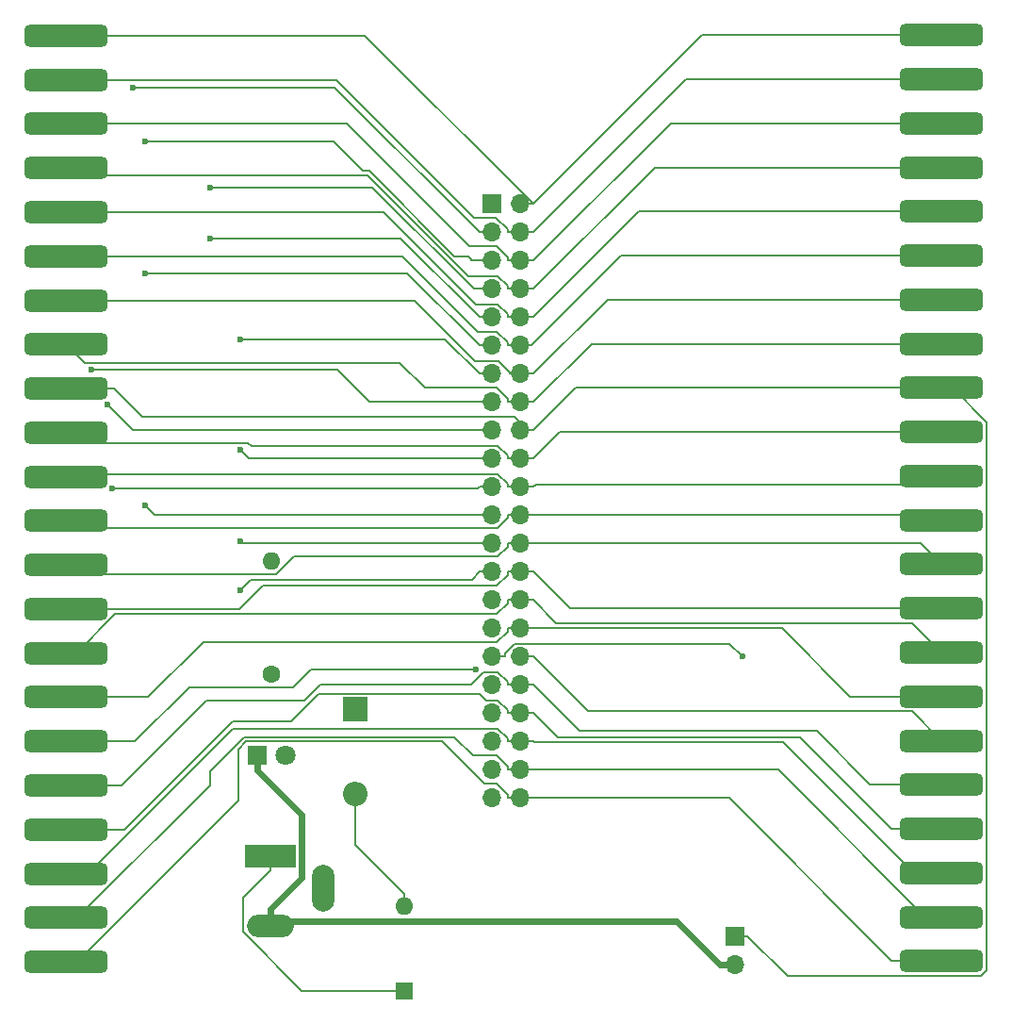
<source format=gbr>
G04 #@! TF.GenerationSoftware,KiCad,Pcbnew,8.0.6-8.0.6-0~ubuntu24.10.1*
G04 #@! TF.CreationDate,2024-10-17T11:16:10-07:00*
G04 #@! TF.ProjectId,kim1-power,6b696d31-2d70-46f7-9765-722e6b696361,1.2*
G04 #@! TF.SameCoordinates,Original*
G04 #@! TF.FileFunction,Copper,L2,Bot*
G04 #@! TF.FilePolarity,Positive*
%FSLAX46Y46*%
G04 Gerber Fmt 4.6, Leading zero omitted, Abs format (unit mm)*
G04 Created by KiCad (PCBNEW 8.0.6-8.0.6-0~ubuntu24.10.1) date 2024-10-17 11:16:10*
%MOMM*%
%LPD*%
G01*
G04 APERTURE LIST*
G04 Aperture macros list*
%AMRoundRect*
0 Rectangle with rounded corners*
0 $1 Rounding radius*
0 $2 $3 $4 $5 $6 $7 $8 $9 X,Y pos of 4 corners*
0 Add a 4 corners polygon primitive as box body*
4,1,4,$2,$3,$4,$5,$6,$7,$8,$9,$2,$3,0*
0 Add four circle primitives for the rounded corners*
1,1,$1+$1,$2,$3*
1,1,$1+$1,$4,$5*
1,1,$1+$1,$6,$7*
1,1,$1+$1,$8,$9*
0 Add four rect primitives between the rounded corners*
20,1,$1+$1,$2,$3,$4,$5,0*
20,1,$1+$1,$4,$5,$6,$7,0*
20,1,$1+$1,$6,$7,$8,$9,0*
20,1,$1+$1,$8,$9,$2,$3,0*%
G04 Aperture macros list end*
G04 #@! TA.AperFunction,SMDPad,CuDef*
%ADD10RoundRect,0.500000X-3.250000X-0.500000X3.250000X-0.500000X3.250000X0.500000X-3.250000X0.500000X0*%
G04 #@! TD*
G04 #@! TA.AperFunction,ComponentPad*
%ADD11R,4.600000X2.000000*%
G04 #@! TD*
G04 #@! TA.AperFunction,ComponentPad*
%ADD12O,4.200000X2.000000*%
G04 #@! TD*
G04 #@! TA.AperFunction,ComponentPad*
%ADD13O,2.000000X4.200000*%
G04 #@! TD*
G04 #@! TA.AperFunction,ComponentPad*
%ADD14R,1.600000X1.600000*%
G04 #@! TD*
G04 #@! TA.AperFunction,ComponentPad*
%ADD15O,1.600000X1.600000*%
G04 #@! TD*
G04 #@! TA.AperFunction,ComponentPad*
%ADD16C,1.600000*%
G04 #@! TD*
G04 #@! TA.AperFunction,ComponentPad*
%ADD17R,2.200000X2.200000*%
G04 #@! TD*
G04 #@! TA.AperFunction,ComponentPad*
%ADD18O,2.200000X2.200000*%
G04 #@! TD*
G04 #@! TA.AperFunction,ComponentPad*
%ADD19R,1.700000X1.700000*%
G04 #@! TD*
G04 #@! TA.AperFunction,ComponentPad*
%ADD20O,1.700000X1.700000*%
G04 #@! TD*
G04 #@! TA.AperFunction,ComponentPad*
%ADD21R,1.800000X1.800000*%
G04 #@! TD*
G04 #@! TA.AperFunction,ComponentPad*
%ADD22C,1.800000*%
G04 #@! TD*
G04 #@! TA.AperFunction,ViaPad*
%ADD23C,0.600000*%
G04 #@! TD*
G04 #@! TA.AperFunction,Conductor*
%ADD24C,0.200000*%
G04 #@! TD*
G04 #@! TA.AperFunction,Conductor*
%ADD25C,0.600000*%
G04 #@! TD*
G04 APERTURE END LIST*
D10*
G04 #@! TO.P,J1,A,Pin_A*
G04 #@! TO.N,+5V*
X106100000Y-57420000D03*
G04 #@! TO.P,J1,B,Pin_B*
G04 #@! TO.N,Net-(J1-Pin_B)*
X106100000Y-61380000D03*
G04 #@! TO.P,J1,C,Pin_C*
G04 #@! TO.N,Net-(J1-Pin_C)*
X106100000Y-65340000D03*
G04 #@! TO.P,J1,D,Pin_D*
G04 #@! TO.N,Net-(J1-Pin_D)*
X106100000Y-69300000D03*
G04 #@! TO.P,J1,E,Pin_E*
G04 #@! TO.N,Net-(J1-Pin_E)*
X106100000Y-73260000D03*
G04 #@! TO.P,J1,F,Pin_F*
G04 #@! TO.N,Net-(J1-Pin_F)*
X106100000Y-77220000D03*
G04 #@! TO.P,J1,H,Pin_H*
G04 #@! TO.N,Net-(J1-Pin_H)*
X106100000Y-81180000D03*
G04 #@! TO.P,J1,J,Pin_J*
G04 #@! TO.N,Net-(J1-Pin_J)*
X106100000Y-85140000D03*
G04 #@! TO.P,J1,K,Pin_K*
G04 #@! TO.N,Net-(J1-Pin_K)*
X106100000Y-89100000D03*
G04 #@! TO.P,J1,L,Pin_L*
G04 #@! TO.N,Net-(J1-Pin_L)*
X106100000Y-93060000D03*
G04 #@! TO.P,J1,M,Pin_M*
G04 #@! TO.N,Net-(J1-Pin_M)*
X106100000Y-97020000D03*
G04 #@! TO.P,J1,N,Pin_N*
G04 #@! TO.N,Net-(J1-Pin_N)*
X106100000Y-100980000D03*
G04 #@! TO.P,J1,P,Pin_P*
G04 #@! TO.N,Net-(J1-Pin_P)*
X106100000Y-104940000D03*
G04 #@! TO.P,J1,R,Pin_R*
G04 #@! TO.N,Net-(J1-Pin_R)*
X106100000Y-108900000D03*
G04 #@! TO.P,J1,S,Pin_S*
G04 #@! TO.N,Net-(J1-Pin_S)*
X106100000Y-112860000D03*
G04 #@! TO.P,J1,T,Pin_T*
G04 #@! TO.N,Net-(J1-Pin_T)*
X106100000Y-116820000D03*
G04 #@! TO.P,J1,U,Pin_U*
G04 #@! TO.N,Net-(J1-Pin_U)*
X106100000Y-120780000D03*
G04 #@! TO.P,J1,V,Pin_V*
G04 #@! TO.N,Net-(J1-Pin_V)*
X106100000Y-124740000D03*
G04 #@! TO.P,J1,W,Pin_W*
G04 #@! TO.N,Net-(J1-Pin_W)*
X106100000Y-128700000D03*
G04 #@! TO.P,J1,X,Pin_X*
G04 #@! TO.N,Net-(J1-Pin_X)*
X106100000Y-132660000D03*
G04 #@! TO.P,J1,Y,Pin_Y*
G04 #@! TO.N,Net-(J1-Pin_Y)*
X106100000Y-136620000D03*
G04 #@! TO.P,J1,Z,Pin_Z*
G04 #@! TO.N,Net-(J1-Pin_Z)*
X106100000Y-140580000D03*
G04 #@! TD*
D11*
G04 #@! TO.P,J4,1*
G04 #@! TO.N,Net-(J4-Pad1)*
X124450000Y-131050000D03*
D12*
G04 #@! TO.P,J4,2*
G04 #@! TO.N,GND*
X124450000Y-137350000D03*
D13*
G04 #@! TO.P,J4,3*
G04 #@! TO.N,N/C*
X129250000Y-133950000D03*
G04 #@! TD*
D14*
G04 #@! TO.P,SW1,1*
G04 #@! TO.N,Net-(J4-Pad1)*
X136500000Y-143167500D03*
D15*
G04 #@! TO.P,SW1,2*
G04 #@! TO.N,Net-(D2-A)*
X136500000Y-135547500D03*
G04 #@! TD*
D16*
G04 #@! TO.P,R1,1*
G04 #@! TO.N,Net-(D2-A)*
X124600000Y-114780000D03*
D15*
G04 #@! TO.P,R1,2*
G04 #@! TO.N,Net-(D1-A)*
X124600000Y-104620000D03*
G04 #@! TD*
D17*
G04 #@! TO.P,D2,1,K*
G04 #@! TO.N,+5V*
X132100000Y-117890000D03*
D18*
G04 #@! TO.P,D2,2,A*
G04 #@! TO.N,Net-(D2-A)*
X132100000Y-125510000D03*
G04 #@! TD*
D19*
G04 #@! TO.P,J5,1,Pin_1*
G04 #@! TO.N,Net-(J1-Pin_K)*
X166200000Y-138260000D03*
D20*
G04 #@! TO.P,J5,2,Pin_2*
G04 #@! TO.N,GND*
X166200000Y-140800000D03*
G04 #@! TD*
D10*
G04 #@! TO.P,J2,A,Pin_A*
G04 #@! TO.N,+5V*
X184800000Y-57360000D03*
G04 #@! TO.P,J2,B,Pin_B*
G04 #@! TO.N,Net-(J1-Pin_B)*
X184800000Y-61320000D03*
G04 #@! TO.P,J2,C,Pin_C*
G04 #@! TO.N,Net-(J1-Pin_C)*
X184800000Y-65280000D03*
G04 #@! TO.P,J2,D,Pin_D*
G04 #@! TO.N,Net-(J1-Pin_D)*
X184800000Y-69240000D03*
G04 #@! TO.P,J2,E,Pin_E*
G04 #@! TO.N,Net-(J1-Pin_E)*
X184800000Y-73200000D03*
G04 #@! TO.P,J2,F,Pin_F*
G04 #@! TO.N,Net-(J1-Pin_F)*
X184800000Y-77160000D03*
G04 #@! TO.P,J2,H,Pin_H*
G04 #@! TO.N,Net-(J1-Pin_H)*
X184800000Y-81120000D03*
G04 #@! TO.P,J2,J,Pin_J*
G04 #@! TO.N,Net-(J1-Pin_J)*
X184800000Y-85080000D03*
G04 #@! TO.P,J2,K,Pin_K*
G04 #@! TO.N,Net-(J1-Pin_K)*
X184800000Y-89040000D03*
G04 #@! TO.P,J2,L,Pin_L*
G04 #@! TO.N,Net-(J1-Pin_L)*
X184800000Y-93000000D03*
G04 #@! TO.P,J2,M,Pin_M*
G04 #@! TO.N,Net-(J1-Pin_M)*
X184800000Y-96960000D03*
G04 #@! TO.P,J2,N,Pin_N*
G04 #@! TO.N,Net-(J1-Pin_N)*
X184800000Y-100920000D03*
G04 #@! TO.P,J2,P,Pin_P*
G04 #@! TO.N,Net-(J1-Pin_P)*
X184800000Y-104880000D03*
G04 #@! TO.P,J2,R,Pin_R*
G04 #@! TO.N,Net-(J1-Pin_R)*
X184800000Y-108840000D03*
G04 #@! TO.P,J2,S,Pin_S*
G04 #@! TO.N,Net-(J1-Pin_S)*
X184800000Y-112800000D03*
G04 #@! TO.P,J2,T,Pin_T*
G04 #@! TO.N,Net-(J1-Pin_T)*
X184800000Y-116760000D03*
G04 #@! TO.P,J2,U,Pin_U*
G04 #@! TO.N,Net-(J1-Pin_U)*
X184800000Y-120720000D03*
G04 #@! TO.P,J2,V,Pin_V*
G04 #@! TO.N,Net-(J1-Pin_V)*
X184800000Y-124680000D03*
G04 #@! TO.P,J2,W,Pin_W*
G04 #@! TO.N,Net-(J1-Pin_W)*
X184800000Y-128640000D03*
G04 #@! TO.P,J2,X,Pin_X*
G04 #@! TO.N,Net-(J1-Pin_X)*
X184800000Y-132600000D03*
G04 #@! TO.P,J2,Y,Pin_Y*
G04 #@! TO.N,Net-(J1-Pin_Y)*
X184800000Y-136560000D03*
G04 #@! TO.P,J2,Z,Pin_Z*
G04 #@! TO.N,Net-(J1-Pin_Z)*
X184800000Y-140520000D03*
G04 #@! TD*
D21*
G04 #@! TO.P,D1,1,K*
G04 #@! TO.N,GND*
X123325000Y-122000000D03*
D22*
G04 #@! TO.P,D1,2,A*
G04 #@! TO.N,Net-(D1-A)*
X125865000Y-122000000D03*
G04 #@! TD*
D19*
G04 #@! TO.P,J3,1,Pin_1*
G04 #@! TO.N,GND*
X144400000Y-72540000D03*
D20*
G04 #@! TO.P,J3,2,Pin_2*
G04 #@! TO.N,Net-(J1-Pin_2)*
X144400000Y-75080000D03*
G04 #@! TO.P,J3,3,Pin_3*
G04 #@! TO.N,Net-(J1-Pin_3)*
X144400000Y-77620000D03*
G04 #@! TO.P,J3,4,Pin_4*
G04 #@! TO.N,Net-(J1-Pin_4)*
X144400000Y-80160000D03*
G04 #@! TO.P,J3,5,Pin_5*
G04 #@! TO.N,Net-(J1-Pin_5)*
X144400000Y-82700000D03*
G04 #@! TO.P,J3,6,Pin_6*
G04 #@! TO.N,Net-(J1-Pin_6)*
X144400000Y-85240000D03*
G04 #@! TO.P,J3,7,Pin_7*
G04 #@! TO.N,Net-(J1-Pin_7)*
X144400000Y-87780000D03*
G04 #@! TO.P,J3,8,Pin_8*
G04 #@! TO.N,Net-(J1-Pin_8)*
X144400000Y-90320000D03*
G04 #@! TO.P,J3,9,Pin_9*
G04 #@! TO.N,Net-(J1-Pin_9)*
X144400000Y-92860000D03*
G04 #@! TO.P,J3,10,Pin_10*
G04 #@! TO.N,Net-(J1-Pin_10)*
X144400000Y-95400000D03*
G04 #@! TO.P,J3,11,Pin_11*
G04 #@! TO.N,Net-(J1-Pin_11)*
X144400000Y-97940000D03*
G04 #@! TO.P,J3,12,Pin_12*
G04 #@! TO.N,Net-(J1-Pin_12)*
X144400000Y-100480000D03*
G04 #@! TO.P,J3,13,Pin_13*
G04 #@! TO.N,Net-(J1-Pin_13)*
X144400000Y-103020000D03*
G04 #@! TO.P,J3,14,Pin_14*
G04 #@! TO.N,Net-(J1-Pin_14)*
X144400000Y-105560000D03*
G04 #@! TO.P,J3,15,Pin_15*
G04 #@! TO.N,Net-(J1-Pin_15)*
X144400000Y-108100000D03*
G04 #@! TO.P,J3,16,Pin_16*
G04 #@! TO.N,Net-(J1-Pin_16)*
X144400000Y-110640000D03*
G04 #@! TO.P,J3,17,Pin_17*
G04 #@! TO.N,Net-(J1-Pin_17)*
X144400000Y-113180000D03*
G04 #@! TO.P,J3,18,Pin_18*
G04 #@! TO.N,Net-(J1-Pin_18)*
X144400000Y-115720000D03*
G04 #@! TO.P,J3,19,Pin_19*
G04 #@! TO.N,Net-(J1-Pin_19)*
X144400000Y-118260000D03*
G04 #@! TO.P,J3,20,Pin_20*
G04 #@! TO.N,Net-(J1-Pin_20)*
X144400000Y-120800000D03*
G04 #@! TO.P,J3,21,Pin_21*
G04 #@! TO.N,Net-(J1-Pin_21)*
X144400000Y-123340000D03*
G04 #@! TO.P,J3,22,Pin_22*
G04 #@! TO.N,Net-(J1-Pin_22)*
X144400000Y-125880000D03*
G04 #@! TO.P,J3,A,Pin_A*
G04 #@! TO.N,+5V*
X146940000Y-72540000D03*
G04 #@! TO.P,J3,B,Pin_B*
G04 #@! TO.N,Net-(J1-Pin_B)*
X146940000Y-75080000D03*
G04 #@! TO.P,J3,C,Pin_C*
G04 #@! TO.N,Net-(J1-Pin_C)*
X146940000Y-77620000D03*
G04 #@! TO.P,J3,D,Pin_D*
G04 #@! TO.N,Net-(J1-Pin_D)*
X146940000Y-80160000D03*
G04 #@! TO.P,J3,E,Pin_E*
G04 #@! TO.N,Net-(J1-Pin_E)*
X146940000Y-82700000D03*
G04 #@! TO.P,J3,F,Pin_F*
G04 #@! TO.N,Net-(J1-Pin_F)*
X146940000Y-85240000D03*
G04 #@! TO.P,J3,H,Pin_H*
G04 #@! TO.N,Net-(J1-Pin_H)*
X146940000Y-87780000D03*
G04 #@! TO.P,J3,J,Pin_J*
G04 #@! TO.N,Net-(J1-Pin_J)*
X146940000Y-90320000D03*
G04 #@! TO.P,J3,K,Pin_K*
G04 #@! TO.N,Net-(J1-Pin_K)*
X146940000Y-92860000D03*
G04 #@! TO.P,J3,L,Pin_L*
G04 #@! TO.N,Net-(J1-Pin_L)*
X146940000Y-95400000D03*
G04 #@! TO.P,J3,M,Pin_M*
G04 #@! TO.N,Net-(J1-Pin_M)*
X146940000Y-97940000D03*
G04 #@! TO.P,J3,N,Pin_N*
G04 #@! TO.N,Net-(J1-Pin_N)*
X146940000Y-100480000D03*
G04 #@! TO.P,J3,P,Pin_P*
G04 #@! TO.N,Net-(J1-Pin_P)*
X146940000Y-103020000D03*
G04 #@! TO.P,J3,R,Pin_R*
G04 #@! TO.N,Net-(J1-Pin_R)*
X146940000Y-105560000D03*
G04 #@! TO.P,J3,S,Pin_S*
G04 #@! TO.N,Net-(J1-Pin_S)*
X146940000Y-108100000D03*
G04 #@! TO.P,J3,T,Pin_T*
G04 #@! TO.N,Net-(J1-Pin_T)*
X146940000Y-110640000D03*
G04 #@! TO.P,J3,U,Pin_U*
G04 #@! TO.N,Net-(J1-Pin_U)*
X146940000Y-113180000D03*
G04 #@! TO.P,J3,V,Pin_V*
G04 #@! TO.N,Net-(J1-Pin_V)*
X146940000Y-115720000D03*
G04 #@! TO.P,J3,W,Pin_W*
G04 #@! TO.N,Net-(J1-Pin_W)*
X146940000Y-118260000D03*
G04 #@! TO.P,J3,X,Pin_X*
G04 #@! TO.N,Net-(J1-Pin_X)*
X146940000Y-120800000D03*
G04 #@! TO.P,J3,Y,Pin_Y*
G04 #@! TO.N,Net-(J1-Pin_Y)*
X146940000Y-123340000D03*
G04 #@! TO.P,J3,Z,Pin_Z*
G04 #@! TO.N,Net-(J1-Pin_Z)*
X146940000Y-125880000D03*
G04 #@! TD*
D23*
G04 #@! TO.N,Net-(J1-Pin_6)*
X113195400Y-78785700D03*
G04 #@! TO.N,Net-(J1-Pin_13)*
X121739600Y-102843000D03*
G04 #@! TO.N,Net-(J1-Pin_9)*
X109824800Y-90546000D03*
G04 #@! TO.N,Net-(J1-Pin_11)*
X110240000Y-98054700D03*
G04 #@! TO.N,Net-(J1-Pin_8)*
X108382800Y-87422800D03*
G04 #@! TO.N,Net-(J1-Pin_5)*
X119060000Y-75625500D03*
G04 #@! TO.N,Net-(J1-Pin_17)*
X166871500Y-113140100D03*
G04 #@! TO.N,Net-(J1-Pin_14)*
X121739600Y-107239700D03*
G04 #@! TO.N,Net-(J1-Pin_10)*
X121739600Y-94630400D03*
G04 #@! TO.N,Net-(J1-Pin_12)*
X113195400Y-99567600D03*
G04 #@! TO.N,Net-(J1-Pin_4)*
X119060000Y-71051100D03*
G04 #@! TO.N,Net-(J1-Pin_2)*
X112125400Y-62107200D03*
G04 #@! TO.N,Net-(J1-Pin_3)*
X113195400Y-66925500D03*
G04 #@! TO.N,Net-(J1-Pin_7)*
X121739600Y-84693300D03*
G04 #@! TO.N,Net-(J1-Pin_U)*
X142929600Y-114321200D03*
G04 #@! TD*
D24*
G04 #@! TO.N,Net-(J1-Pin_6)*
X113195400Y-78785700D02*
X136794000Y-78785700D01*
X144400000Y-85240000D02*
X143248300Y-85240000D01*
X136794000Y-78785700D02*
X143248300Y-85240000D01*
G04 #@! TO.N,Net-(J1-Pin_13)*
X144400000Y-103020000D02*
X121916600Y-103020000D01*
X121916600Y-103020000D02*
X121739600Y-102843000D01*
G04 #@! TO.N,Net-(J1-Pin_9)*
X144400000Y-92860000D02*
X143248300Y-92860000D01*
X112138800Y-92860000D02*
X109824800Y-90546000D01*
X143248300Y-92860000D02*
X112138800Y-92860000D01*
G04 #@! TO.N,Net-(J1-Pin_11)*
X110240000Y-98054700D02*
X143133600Y-98054700D01*
X143133600Y-98054700D02*
X143248300Y-97940000D01*
X144400000Y-97940000D02*
X143248300Y-97940000D01*
G04 #@! TO.N,Net-(J1-Pin_8)*
X130455200Y-87422800D02*
X108382800Y-87422800D01*
X144400000Y-90320000D02*
X143248300Y-90320000D01*
X133352400Y-90320000D02*
X130455200Y-87422800D01*
X143248300Y-90320000D02*
X133352400Y-90320000D01*
G04 #@! TO.N,Net-(J1-Pin_5)*
X136173800Y-75625500D02*
X143248300Y-82700000D01*
X144400000Y-82700000D02*
X143248300Y-82700000D01*
X119060000Y-75625500D02*
X136173800Y-75625500D01*
G04 #@! TO.N,Net-(J1-Pin_17)*
X165755300Y-112023900D02*
X166871500Y-113140100D01*
X145551700Y-112892100D02*
X146419900Y-112023900D01*
X145551700Y-113180000D02*
X145551700Y-112892100D01*
X146419900Y-112023900D02*
X165755300Y-112023900D01*
X144400000Y-113180000D02*
X145551700Y-113180000D01*
G04 #@! TO.N,Net-(J1-Pin_14)*
X142566200Y-106242100D02*
X122737200Y-106242100D01*
X143248300Y-105560000D02*
X142566200Y-106242100D01*
X144400000Y-105560000D02*
X143248300Y-105560000D01*
X122737200Y-106242100D02*
X121739600Y-107239700D01*
G04 #@! TO.N,Net-(J1-Pin_10)*
X122509200Y-95400000D02*
X121739600Y-94630400D01*
X144400000Y-95400000D02*
X122509200Y-95400000D01*
G04 #@! TO.N,Net-(J1-Pin_12)*
X114107800Y-100480000D02*
X113195400Y-99567600D01*
X144400000Y-100480000D02*
X114107800Y-100480000D01*
G04 #@! TO.N,Net-(J1-Pin_4)*
X133656200Y-71051100D02*
X142765100Y-80160000D01*
X142765100Y-80160000D02*
X144400000Y-80160000D01*
X119060000Y-71051100D02*
X133656200Y-71051100D01*
G04 #@! TO.N,Net-(J1-Pin_2)*
X144400000Y-75080000D02*
X143248300Y-75080000D01*
X130275500Y-62107200D02*
X143248300Y-75080000D01*
X112125400Y-62107200D02*
X130275500Y-62107200D01*
G04 #@! TO.N,Net-(J1-Pin_3)*
X144400000Y-77620000D02*
X142517200Y-77620000D01*
X133379200Y-69567400D02*
X132811200Y-69567400D01*
X132811200Y-69567400D02*
X130169300Y-66925500D01*
X142517200Y-77620000D02*
X142517200Y-77453700D01*
X142517200Y-77453700D02*
X142281800Y-77218300D01*
X141030100Y-77218300D02*
X133379200Y-69567400D01*
X142281800Y-77218300D02*
X141030100Y-77218300D01*
X130169300Y-66925500D02*
X113195400Y-66925500D01*
G04 #@! TO.N,Net-(J1-Pin_7)*
X143248300Y-87780000D02*
X140161600Y-84693300D01*
X140161600Y-84693300D02*
X121739600Y-84693300D01*
X144400000Y-87780000D02*
X143248300Y-87780000D01*
D25*
G04 #@! TO.N,GND*
X123325000Y-122000000D02*
X123325000Y-123401700D01*
X166200000Y-140800000D02*
X164848300Y-140800000D01*
X124450000Y-136898700D02*
X160947000Y-136898700D01*
X160947000Y-136898700D02*
X164848300Y-140800000D01*
X124450000Y-137350000D02*
X124450000Y-136898700D01*
X123325000Y-123401700D02*
X127261100Y-127337800D01*
X127261100Y-133037200D02*
X124450000Y-135848300D01*
X124450000Y-136898700D02*
X124450000Y-135848300D01*
X127261100Y-127337800D02*
X127261100Y-133037200D01*
D24*
G04 #@! TO.N,Net-(J4-Pad1)*
X127286000Y-143167500D02*
X122011100Y-137892600D01*
X124450000Y-131050000D02*
X124450000Y-132351700D01*
X122011100Y-137892600D02*
X122011100Y-134790600D01*
X122011100Y-134790600D02*
X124450000Y-132351700D01*
X136500000Y-143167500D02*
X127286000Y-143167500D01*
G04 #@! TO.N,Net-(J1-Pin_K)*
X188868800Y-141351800D02*
X188352100Y-141868500D01*
X147652700Y-92860000D02*
X146453500Y-91660800D01*
X146940000Y-92860000D02*
X147515900Y-92860000D01*
X170960200Y-141868500D02*
X167351700Y-138260000D01*
X112956300Y-91660800D02*
X110395500Y-89100000D01*
X110395500Y-89100000D02*
X106100000Y-89100000D01*
X146453500Y-91660800D02*
X112956300Y-91660800D01*
X185755100Y-89040000D02*
X188868800Y-92153700D01*
X188352100Y-141868500D02*
X170960200Y-141868500D01*
X148091700Y-92860000D02*
X151911700Y-89040000D01*
X151911700Y-89040000D02*
X184800000Y-89040000D01*
X184800000Y-89040000D02*
X185755100Y-89040000D01*
X147515900Y-92860000D02*
X147652700Y-92860000D01*
X147652700Y-92860000D02*
X148091700Y-92860000D01*
X188868800Y-92153700D02*
X188868800Y-141351800D01*
X166200000Y-138260000D02*
X167351700Y-138260000D01*
G04 #@! TO.N,+5V*
X146940000Y-72540000D02*
X148091700Y-72540000D01*
X148091700Y-72540000D02*
X163271700Y-57360000D01*
X163271700Y-57360000D02*
X184800000Y-57360000D01*
X132971700Y-57420000D02*
X106100000Y-57420000D01*
X148091700Y-72540000D02*
X132971700Y-57420000D01*
G04 #@! TO.N,Net-(J1-Pin_D)*
X159011700Y-69240000D02*
X184800000Y-69240000D01*
X145788300Y-79872000D02*
X144924600Y-79008300D01*
X133212900Y-69969100D02*
X106769100Y-69969100D01*
X148091700Y-80160000D02*
X159011700Y-69240000D01*
X147515900Y-80160000D02*
X148091700Y-80160000D01*
X142252100Y-79008300D02*
X133212900Y-69969100D01*
X106769100Y-69969100D02*
X106100000Y-69300000D01*
X147515900Y-80160000D02*
X146940000Y-80160000D01*
X145788300Y-80160000D02*
X145788300Y-79872000D01*
X144924600Y-79008300D02*
X142252100Y-79008300D01*
X146940000Y-80160000D02*
X145788300Y-80160000D01*
G04 #@! TO.N,Net-(J1-Pin_V)*
X128972000Y-115646200D02*
X142556200Y-115646200D01*
X106100000Y-124740000D02*
X111070600Y-124740000D01*
X143642700Y-114559700D02*
X144896500Y-114559700D01*
X144896500Y-114559700D02*
X145788300Y-115451500D01*
X146387300Y-115720000D02*
X146940000Y-115720000D01*
X173551200Y-119858200D02*
X178373000Y-124680000D01*
X145788300Y-115451500D02*
X145788300Y-115720000D01*
X142556200Y-115646200D02*
X143642700Y-114559700D01*
X146387300Y-115720000D02*
X145788300Y-115720000D01*
X152229900Y-119858200D02*
X173551200Y-119858200D01*
X118730500Y-117080100D02*
X127538100Y-117080100D01*
X146940000Y-115720000D02*
X148091700Y-115720000D01*
X127538100Y-117080100D02*
X128972000Y-115646200D01*
X178373000Y-124680000D02*
X184800000Y-124680000D01*
X111070600Y-124740000D02*
X118730500Y-117080100D01*
X148091700Y-115720000D02*
X152229900Y-119858200D01*
G04 #@! TO.N,Net-(J1-Pin_S)*
X146940000Y-108100000D02*
X148091700Y-108100000D01*
X107026500Y-112860000D02*
X106100000Y-112860000D01*
X144777100Y-109370000D02*
X110516500Y-109370000D01*
X145788300Y-108100000D02*
X145788300Y-108358800D01*
X145788300Y-108358800D02*
X144777100Y-109370000D01*
X150135300Y-110143600D02*
X148091700Y-108100000D01*
X182143600Y-110143600D02*
X150135300Y-110143600D01*
X110516500Y-109370000D02*
X107026500Y-112860000D01*
X146940000Y-108100000D02*
X145788300Y-108100000D01*
X184800000Y-112800000D02*
X182143600Y-110143600D01*
G04 #@! TO.N,Net-(J1-Pin_U)*
X106100000Y-120780000D02*
X112332600Y-120780000D01*
X128139400Y-114321200D02*
X142929600Y-114321200D01*
X152975300Y-118063600D02*
X148091700Y-113180000D01*
X126520200Y-115940400D02*
X128139400Y-114321200D01*
X117172200Y-115940400D02*
X126520200Y-115940400D01*
X112332600Y-120780000D02*
X117172200Y-115940400D01*
X146940000Y-113180000D02*
X148091700Y-113180000D01*
X184800000Y-120720000D02*
X182143600Y-118063600D01*
X182143600Y-118063600D02*
X152975300Y-118063600D01*
G04 #@! TO.N,Net-(J1-Pin_F)*
X145788300Y-84971500D02*
X145788300Y-85240000D01*
X156005400Y-77160000D02*
X184800000Y-77160000D01*
X106100000Y-77220000D02*
X136343600Y-77220000D01*
X143139100Y-84015500D02*
X144832300Y-84015500D01*
X146940000Y-85240000D02*
X145788300Y-85240000D01*
X147925400Y-85240000D02*
X156005400Y-77160000D01*
X136343600Y-77220000D02*
X143139100Y-84015500D01*
X146940000Y-85240000D02*
X147515900Y-85240000D01*
X144832300Y-84015500D02*
X145788300Y-84971500D01*
X147515900Y-85240000D02*
X147925400Y-85240000D01*
G04 #@! TO.N,Net-(J1-Pin_L)*
X145788300Y-95400000D02*
X145788300Y-95112000D01*
X144924600Y-94248300D02*
X122762400Y-94248300D01*
X122478600Y-93964500D02*
X107004500Y-93964500D01*
X107004500Y-93964500D02*
X106100000Y-93060000D01*
X147515900Y-95400000D02*
X148091700Y-95400000D01*
X150491700Y-93000000D02*
X184800000Y-93000000D01*
X148091700Y-95400000D02*
X150491700Y-93000000D01*
X122762400Y-94248300D02*
X122478600Y-93964500D01*
X146940000Y-95400000D02*
X147515900Y-95400000D01*
X146940000Y-95400000D02*
X145788300Y-95400000D01*
X145788300Y-95112000D02*
X144924600Y-94248300D01*
G04 #@! TO.N,Net-(J1-Pin_P)*
X182940000Y-103020000D02*
X184800000Y-104880000D01*
X144924600Y-104171700D02*
X126612000Y-104171700D01*
X125017300Y-105766400D02*
X106926400Y-105766400D01*
X106926400Y-105766400D02*
X106100000Y-104940000D01*
X146940000Y-103020000D02*
X145788300Y-103020000D01*
X126612000Y-104171700D02*
X125017300Y-105766400D01*
X145788300Y-103308000D02*
X144924600Y-104171700D01*
X146940000Y-103020000D02*
X148091700Y-103020000D01*
X148091700Y-103020000D02*
X182940000Y-103020000D01*
X145788300Y-103020000D02*
X145788300Y-103308000D01*
G04 #@! TO.N,Net-(J1-Pin_Z)*
X146364200Y-125880000D02*
X145788300Y-125880000D01*
X106100000Y-140580000D02*
X107095700Y-140580000D01*
X122305400Y-120787400D02*
X139878200Y-120787400D01*
X139878200Y-120787400D02*
X143700800Y-124610000D01*
X165680800Y-125880000D02*
X180320800Y-140520000D01*
X146940000Y-125880000D02*
X148091700Y-125880000D01*
X146364200Y-125880000D02*
X146940000Y-125880000D01*
X145788300Y-125611500D02*
X145788300Y-125880000D01*
X144786800Y-124610000D02*
X145788300Y-125611500D01*
X143700800Y-124610000D02*
X144786800Y-124610000D01*
X180320800Y-140520000D02*
X184800000Y-140520000D01*
X107095700Y-140580000D02*
X121611200Y-126064500D01*
X148091700Y-125880000D02*
X165680800Y-125880000D01*
X121611200Y-126064500D02*
X121611200Y-121481600D01*
X121611200Y-121481600D02*
X122305400Y-120787400D01*
G04 #@! TO.N,Net-(J1-Pin_Y)*
X148091700Y-123340000D02*
X170137300Y-123340000D01*
X145788300Y-123071500D02*
X145788300Y-123340000D01*
X184800000Y-136559900D02*
X184800000Y-136560000D01*
X146364200Y-123340000D02*
X145788300Y-123340000D01*
X146940000Y-123340000D02*
X148091700Y-123340000D01*
X119049000Y-123475800D02*
X122139100Y-120385700D01*
X119049000Y-124706000D02*
X119049000Y-123475800D01*
X183357200Y-136559900D02*
X184800000Y-136559900D01*
X107135000Y-136620000D02*
X119049000Y-124706000D01*
X122139100Y-120385700D02*
X141035200Y-120385700D01*
X142719500Y-122070000D02*
X144786800Y-122070000D01*
X141035200Y-120385700D02*
X142719500Y-122070000D01*
X106100000Y-136620000D02*
X107135000Y-136620000D01*
X146364200Y-123340000D02*
X146940000Y-123340000D01*
X144786800Y-122070000D02*
X145788300Y-123071500D01*
X170137300Y-123340000D02*
X183357200Y-136559900D01*
G04 #@! TO.N,Net-(J1-Pin_E)*
X147515900Y-82700000D02*
X148091700Y-82700000D01*
X148091700Y-82700000D02*
X157591700Y-73200000D01*
X134640800Y-73260000D02*
X106100000Y-73260000D01*
X157591700Y-73200000D02*
X184800000Y-73200000D01*
X146940000Y-82700000D02*
X145788300Y-82700000D01*
X142929100Y-81548300D02*
X134640800Y-73260000D01*
X145788300Y-82412000D02*
X144924600Y-81548300D01*
X147184200Y-82700000D02*
X147428400Y-82700000D01*
X147515900Y-82700000D02*
X147428400Y-82700000D01*
X145788300Y-82700000D02*
X145788300Y-82412000D01*
X144924600Y-81548300D02*
X142929100Y-81548300D01*
X147184200Y-82700000D02*
X146940000Y-82700000D01*
G04 #@! TO.N,Net-(J1-Pin_T)*
X146940000Y-110640000D02*
X148091700Y-110640000D01*
X170457000Y-110640000D02*
X148091700Y-110640000D01*
X146940000Y-110640000D02*
X145788300Y-110640000D01*
X176577000Y-116760000D02*
X170457000Y-110640000D01*
X184800000Y-116760000D02*
X176577000Y-116760000D01*
X113497900Y-116820000D02*
X118431000Y-111886900D01*
X118431000Y-111886900D02*
X144809900Y-111886900D01*
X106100000Y-116820000D02*
X113497900Y-116820000D01*
X145788300Y-110908500D02*
X145788300Y-110640000D01*
X144809900Y-111886900D02*
X145788300Y-110908500D01*
G04 #@! TO.N,Net-(J1-Pin_X)*
X121104900Y-119631900D02*
X108076800Y-132660000D01*
X145788300Y-120800000D02*
X145788300Y-120512100D01*
X148091700Y-120800000D02*
X148153300Y-120861600D01*
X182281700Y-132600000D02*
X184800000Y-132600000D01*
X108076800Y-132660000D02*
X106100000Y-132660000D01*
X145788300Y-120512100D02*
X144908100Y-119631900D01*
X146940000Y-120800000D02*
X148091700Y-120800000D01*
X146940000Y-120800000D02*
X145788300Y-120800000D01*
X144908100Y-119631900D02*
X121104900Y-119631900D01*
X170543300Y-120861600D02*
X182281700Y-132600000D01*
X148153300Y-120861600D02*
X170543300Y-120861600D01*
G04 #@! TO.N,Net-(J1-Pin_N)*
X106100000Y-100980000D02*
X106764300Y-101644300D01*
X145788300Y-100727000D02*
X145788300Y-100480000D01*
X144871000Y-101644300D02*
X145788300Y-100727000D01*
X146940000Y-100480000D02*
X145788300Y-100480000D01*
X106764300Y-101644300D02*
X144871000Y-101644300D01*
X184360000Y-100480000D02*
X146940000Y-100480000D01*
X184800000Y-100920000D02*
X184360000Y-100480000D01*
G04 #@! TO.N,Net-(J1-Pin_W)*
X180255000Y-128640000D02*
X184800000Y-128640000D01*
X126321900Y-119005600D02*
X121067200Y-119005600D01*
X111372800Y-128700000D02*
X106100000Y-128700000D01*
X145788300Y-117972000D02*
X144924600Y-117108300D01*
X145788300Y-118260000D02*
X145788300Y-117972000D01*
X143868300Y-117108300D02*
X143248300Y-116488300D01*
X144924600Y-117108300D02*
X143868300Y-117108300D01*
X146940000Y-118260000D02*
X145788300Y-118260000D01*
X150291600Y-120459900D02*
X172074900Y-120459900D01*
X128839200Y-116488300D02*
X126321900Y-119005600D01*
X146940000Y-118260000D02*
X148091700Y-118260000D01*
X148091700Y-118260000D02*
X150291600Y-120459900D01*
X121067200Y-119005600D02*
X111372800Y-128700000D01*
X143248300Y-116488300D02*
X128839200Y-116488300D01*
X172074900Y-120459900D02*
X180255000Y-128640000D01*
G04 #@! TO.N,Net-(J1-Pin_H)*
X106100000Y-81180000D02*
X137415000Y-81180000D01*
X184800000Y-81120000D02*
X154751700Y-81120000D01*
X142863300Y-86628300D02*
X144944300Y-86628300D01*
X145954600Y-87638600D02*
X145954600Y-87780000D01*
X137415000Y-81180000D02*
X142863300Y-86628300D01*
X146940000Y-87780000D02*
X148091700Y-87780000D01*
X146940000Y-87780000D02*
X145954600Y-87780000D01*
X144944300Y-86628300D02*
X145954600Y-87638600D01*
X154751700Y-81120000D02*
X148091700Y-87780000D01*
G04 #@! TO.N,Net-(J1-Pin_M)*
X106361000Y-96759000D02*
X144875800Y-96759000D01*
X106100000Y-97020000D02*
X106361000Y-96759000D01*
X184066700Y-97693300D02*
X148338400Y-97693300D01*
X145788300Y-97671500D02*
X145788300Y-97940000D01*
X148338400Y-97693300D02*
X148091700Y-97940000D01*
X184800000Y-96960000D02*
X184066700Y-97693300D01*
X144875800Y-96759000D02*
X145788300Y-97671500D01*
X146940000Y-97940000D02*
X148091700Y-97940000D01*
X146940000Y-97940000D02*
X145788300Y-97940000D01*
G04 #@! TO.N,Net-(J1-Pin_J)*
X146940000Y-90320000D02*
X148091700Y-90320000D01*
X145788300Y-90051500D02*
X145788300Y-90320000D01*
X146940000Y-90320000D02*
X145788300Y-90320000D01*
X153331700Y-85080000D02*
X184800000Y-85080000D01*
X144785400Y-89048600D02*
X145788300Y-90051500D01*
X148091700Y-90320000D02*
X153331700Y-85080000D01*
X138346500Y-89048600D02*
X144785400Y-89048600D01*
X107777100Y-86817100D02*
X136115000Y-86817100D01*
X106100000Y-85140000D02*
X107777100Y-86817100D01*
X136115000Y-86817100D02*
X138346500Y-89048600D01*
G04 #@! TO.N,Net-(J1-Pin_C)*
X145788300Y-77620000D02*
X145788300Y-77351500D01*
X160431700Y-65280000D02*
X148091700Y-77620000D01*
X144785300Y-76348500D02*
X142382200Y-76348500D01*
X142382200Y-76348500D02*
X131373700Y-65340000D01*
X145788300Y-77351500D02*
X144785300Y-76348500D01*
X146940000Y-77620000D02*
X148091700Y-77620000D01*
X131373700Y-65340000D02*
X106100000Y-65340000D01*
X184800000Y-65280000D02*
X160431700Y-65280000D01*
X146940000Y-77620000D02*
X145788300Y-77620000D01*
G04 #@! TO.N,Net-(J1-Pin_B)*
X161851700Y-61320000D02*
X184800000Y-61320000D01*
X145788300Y-74811500D02*
X145788300Y-75080000D01*
X146940000Y-75080000D02*
X145788300Y-75080000D01*
X144726800Y-73750000D02*
X145788300Y-74811500D01*
X106100000Y-61380000D02*
X130385400Y-61380000D01*
X148091700Y-75080000D02*
X161851700Y-61320000D01*
X142755400Y-73750000D02*
X144726800Y-73750000D01*
X130385400Y-61380000D02*
X142755400Y-73750000D01*
X146940000Y-75080000D02*
X148091700Y-75080000D01*
G04 #@! TO.N,Net-(J1-Pin_R)*
X144804700Y-106812100D02*
X145788300Y-105828500D01*
X123813600Y-106812100D02*
X144804700Y-106812100D01*
X121725700Y-108900000D02*
X123813600Y-106812100D01*
X145788300Y-105828500D02*
X145788300Y-105560000D01*
X148091700Y-105560000D02*
X151371700Y-108840000D01*
X146940000Y-105560000D02*
X145788300Y-105560000D01*
X146940000Y-105560000D02*
X148091700Y-105560000D01*
X106100000Y-108900000D02*
X121725700Y-108900000D01*
X151371700Y-108840000D02*
X184800000Y-108840000D01*
G04 #@! TO.N,Net-(D2-A)*
X136500000Y-135547500D02*
X136500000Y-134445800D01*
X132100000Y-130045800D02*
X136500000Y-134445800D01*
X132100000Y-125510000D02*
X132100000Y-130045800D01*
G04 #@! TD*
M02*

</source>
